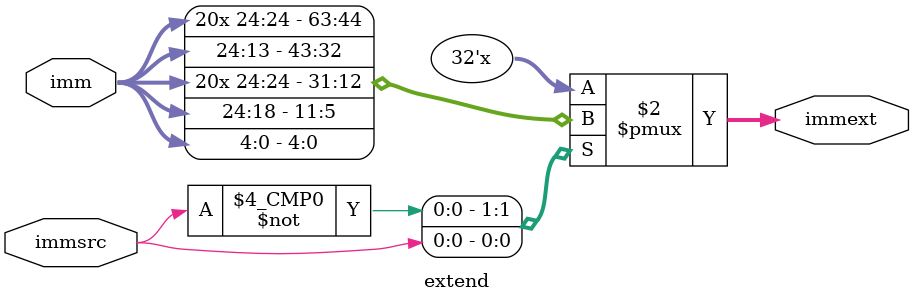
<source format=sv>
module extend(input logic [24:0] imm,
				  input logic immsrc,
				  output logic [31:0] immext);
	
	always_comb begin
    case (immsrc)
        1'b0: immext= {{20{imm[24]}},imm[24:13]};										//I type
		  1'b1: immext= {{20{imm[24]}},imm[24:18],imm[4:0]};       				//S type
        default: immext = 32'hxxxx_xxxx;
    endcase
	end
	
endmodule

</source>
